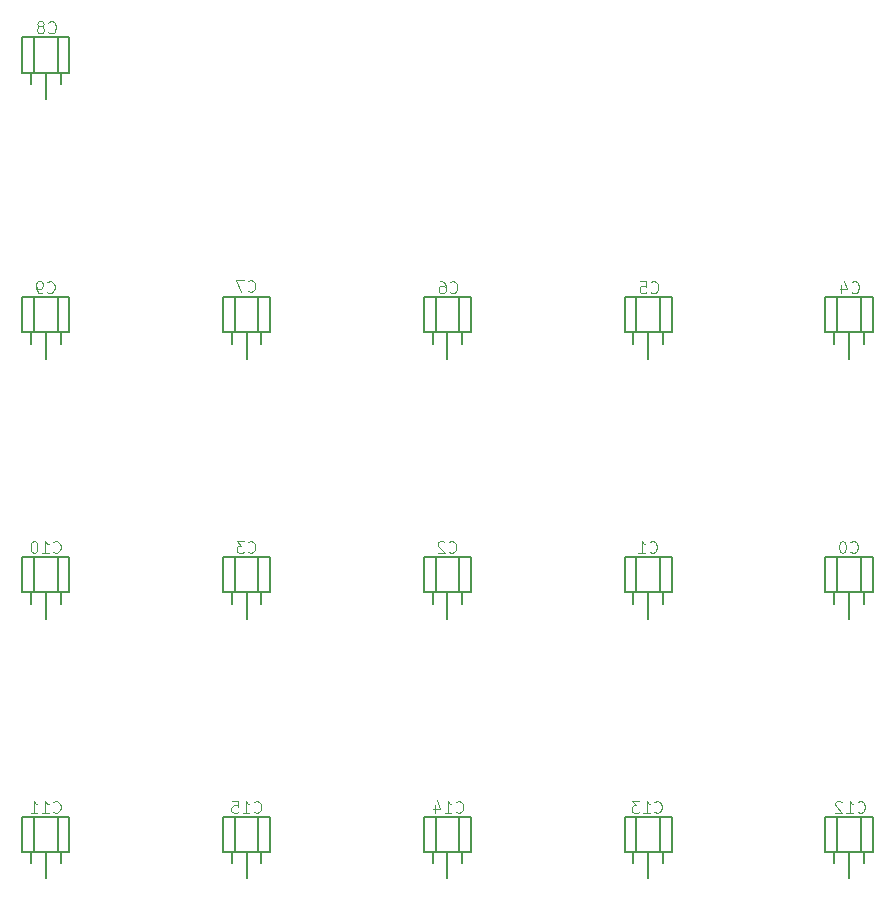
<source format=gbo>
G04 #@! TF.GenerationSoftware,KiCad,Pcbnew,7.0.6*
G04 #@! TF.CreationDate,2023-08-02T15:09:41-04:00*
G04 #@! TF.ProjectId,Turing Machine State,54757269-6e67-4204-9d61-6368696e6520,rev?*
G04 #@! TF.SameCoordinates,Original*
G04 #@! TF.FileFunction,Legend,Bot*
G04 #@! TF.FilePolarity,Positive*
%FSLAX46Y46*%
G04 Gerber Fmt 4.6, Leading zero omitted, Abs format (unit mm)*
G04 Created by KiCad (PCBNEW 7.0.6) date 2023-08-02 15:09:41*
%MOMM*%
%LPD*%
G01*
G04 APERTURE LIST*
%ADD10C,0.150000*%
%ADD11C,0.100000*%
%ADD12C,1.300000*%
%ADD13O,1.600000X1.600000*%
%ADD14R,1.600000X1.600000*%
%ADD15O,1.700000X1.700000*%
%ADD16R,1.700000X1.700000*%
%ADD17R,1.300000X1.300000*%
G04 APERTURE END LIST*
D10*
X92500000Y-111500000D02*
X92500000Y-114500000D01*
X73250000Y-70500000D02*
X73250000Y-71500000D01*
X73250000Y-92500000D02*
X73250000Y-93500000D01*
X90500000Y-89500000D02*
X90500000Y-92500000D01*
X124500000Y-89500000D02*
X124500000Y-92500000D01*
X124250000Y-92500000D02*
X124250000Y-93500000D01*
X126750000Y-92500000D02*
X126750000Y-93500000D01*
X56500000Y-111500000D02*
X56500000Y-114500000D01*
X90250000Y-114500000D02*
X90250000Y-115500000D01*
X57500000Y-48500000D02*
X57500000Y-50750000D01*
X126500000Y-111500000D02*
X126500000Y-114500000D01*
X58500000Y-45500000D02*
X58500000Y-48500000D01*
X90500000Y-111500000D02*
X90500000Y-114500000D01*
X74500000Y-70500000D02*
X74500000Y-72750000D01*
X72500000Y-89500000D02*
X76500000Y-89500000D01*
X76500000Y-92500000D01*
X72500000Y-92500000D01*
X72500000Y-89500000D01*
X58500000Y-111500000D02*
X58500000Y-114500000D01*
X55500000Y-67500000D02*
X59500000Y-67500000D01*
X59500000Y-70500000D01*
X55500000Y-70500000D01*
X55500000Y-67500000D01*
X57500000Y-92500000D02*
X57500000Y-94750000D01*
X74500000Y-114500000D02*
X74500000Y-116750000D01*
X73250000Y-114500000D02*
X73250000Y-115500000D01*
X107500000Y-111500000D02*
X107500000Y-114500000D01*
X107500000Y-67500000D02*
X107500000Y-70500000D01*
X56500000Y-89500000D02*
X56500000Y-92500000D01*
X55500000Y-111500000D02*
X59500000Y-111500000D01*
X59500000Y-114500000D01*
X55500000Y-114500000D01*
X55500000Y-111500000D01*
X72500000Y-67500000D02*
X76500000Y-67500000D01*
X76500000Y-70500000D01*
X72500000Y-70500000D01*
X72500000Y-67500000D01*
X57500000Y-70500000D02*
X57500000Y-72750000D01*
X57500000Y-114500000D02*
X57500000Y-116750000D01*
X126500000Y-67500000D02*
X126500000Y-70500000D01*
X56250000Y-92500000D02*
X56250000Y-93500000D01*
X72500000Y-111500000D02*
X76500000Y-111500000D01*
X76500000Y-114500000D01*
X72500000Y-114500000D01*
X72500000Y-111500000D01*
X92750000Y-92500000D02*
X92750000Y-93500000D01*
X75750000Y-70500000D02*
X75750000Y-71500000D01*
X73500000Y-111500000D02*
X73500000Y-114500000D01*
X109500000Y-67500000D02*
X109500000Y-70500000D01*
X56500000Y-67500000D02*
X56500000Y-70500000D01*
X124500000Y-111500000D02*
X124500000Y-114500000D01*
X56250000Y-70500000D02*
X56250000Y-71500000D01*
X90500000Y-67500000D02*
X90500000Y-70500000D01*
X109500000Y-89500000D02*
X109500000Y-92500000D01*
X75500000Y-67500000D02*
X75500000Y-70500000D01*
X125500000Y-92500000D02*
X125500000Y-94750000D01*
X106500000Y-67500000D02*
X110500000Y-67500000D01*
X110500000Y-70500000D01*
X106500000Y-70500000D01*
X106500000Y-67500000D01*
X106500000Y-89500000D02*
X110500000Y-89500000D01*
X110500000Y-92500000D01*
X106500000Y-92500000D01*
X106500000Y-89500000D01*
X55500000Y-45500000D02*
X59500000Y-45500000D01*
X59500000Y-48500000D01*
X55500000Y-48500000D01*
X55500000Y-45500000D01*
X107250000Y-92500000D02*
X107250000Y-93500000D01*
X58750000Y-92500000D02*
X58750000Y-93500000D01*
X126500000Y-89500000D02*
X126500000Y-92500000D01*
X107250000Y-70500000D02*
X107250000Y-71500000D01*
X109500000Y-111500000D02*
X109500000Y-114500000D01*
X58500000Y-89500000D02*
X58500000Y-92500000D01*
X123500000Y-67500000D02*
X127500000Y-67500000D01*
X127500000Y-70500000D01*
X123500000Y-70500000D01*
X123500000Y-67500000D01*
X90250000Y-70500000D02*
X90250000Y-71500000D01*
X108500000Y-114500000D02*
X108500000Y-116750000D01*
X75500000Y-111500000D02*
X75500000Y-114500000D01*
X75750000Y-114500000D02*
X75750000Y-115500000D01*
X58750000Y-70500000D02*
X58750000Y-71500000D01*
X55500000Y-89500000D02*
X59500000Y-89500000D01*
X59500000Y-92500000D01*
X55500000Y-92500000D01*
X55500000Y-89500000D01*
X107500000Y-89500000D02*
X107500000Y-92500000D01*
X58750000Y-48500000D02*
X58750000Y-49500000D01*
X126750000Y-70500000D02*
X126750000Y-71500000D01*
X73500000Y-89500000D02*
X73500000Y-92500000D01*
X74500000Y-92500000D02*
X74500000Y-94750000D01*
X109750000Y-114500000D02*
X109750000Y-115500000D01*
X124500000Y-67500000D02*
X124500000Y-70500000D01*
X124250000Y-114500000D02*
X124250000Y-115500000D01*
X123500000Y-111500000D02*
X127500000Y-111500000D01*
X127500000Y-114500000D01*
X123500000Y-114500000D01*
X123500000Y-111500000D01*
X107250000Y-114500000D02*
X107250000Y-115500000D01*
X56500000Y-45500000D02*
X56500000Y-48500000D01*
X109750000Y-92500000D02*
X109750000Y-93500000D01*
X92750000Y-114500000D02*
X92750000Y-115500000D01*
X92500000Y-89500000D02*
X92500000Y-92500000D01*
X125500000Y-114500000D02*
X125500000Y-116750000D01*
X75500000Y-89500000D02*
X75500000Y-92500000D01*
X73500000Y-67500000D02*
X73500000Y-70500000D01*
X58500000Y-67500000D02*
X58500000Y-70500000D01*
X108500000Y-70500000D02*
X108500000Y-72750000D01*
X125500000Y-70500000D02*
X125500000Y-72750000D01*
X89500000Y-89500000D02*
X93500000Y-89500000D01*
X93500000Y-92500000D01*
X89500000Y-92500000D01*
X89500000Y-89500000D01*
X123500000Y-89500000D02*
X127500000Y-89500000D01*
X127500000Y-92500000D01*
X123500000Y-92500000D01*
X123500000Y-89500000D01*
X89500000Y-67500000D02*
X93500000Y-67500000D01*
X93500000Y-70500000D01*
X89500000Y-70500000D01*
X89500000Y-67500000D01*
X92750000Y-70500000D02*
X92750000Y-71500000D01*
X58750000Y-114500000D02*
X58750000Y-115500000D01*
X108500000Y-92500000D02*
X108500000Y-94750000D01*
X56250000Y-48500000D02*
X56250000Y-49500000D01*
X109750000Y-70500000D02*
X109750000Y-71500000D01*
X124250000Y-70500000D02*
X124250000Y-71500000D01*
X92500000Y-67500000D02*
X92500000Y-70500000D01*
X106500000Y-111500000D02*
X110500000Y-111500000D01*
X110500000Y-114500000D01*
X106500000Y-114500000D01*
X106500000Y-111500000D01*
X75750000Y-92500000D02*
X75750000Y-93500000D01*
X91500000Y-92500000D02*
X91500000Y-94750000D01*
X90250000Y-92500000D02*
X90250000Y-93500000D01*
X91500000Y-114500000D02*
X91500000Y-116750000D01*
X89500000Y-111500000D02*
X93500000Y-111500000D01*
X93500000Y-114500000D01*
X89500000Y-114500000D01*
X89500000Y-111500000D01*
X91500000Y-70500000D02*
X91500000Y-72750000D01*
X56250000Y-114500000D02*
X56250000Y-115500000D01*
X126750000Y-114500000D02*
X126750000Y-115500000D01*
D11*
X58124687Y-89077180D02*
X58172306Y-89124800D01*
X58172306Y-89124800D02*
X58315163Y-89172419D01*
X58315163Y-89172419D02*
X58410401Y-89172419D01*
X58410401Y-89172419D02*
X58553258Y-89124800D01*
X58553258Y-89124800D02*
X58648496Y-89029561D01*
X58648496Y-89029561D02*
X58696115Y-88934323D01*
X58696115Y-88934323D02*
X58743734Y-88743847D01*
X58743734Y-88743847D02*
X58743734Y-88600990D01*
X58743734Y-88600990D02*
X58696115Y-88410514D01*
X58696115Y-88410514D02*
X58648496Y-88315276D01*
X58648496Y-88315276D02*
X58553258Y-88220038D01*
X58553258Y-88220038D02*
X58410401Y-88172419D01*
X58410401Y-88172419D02*
X58315163Y-88172419D01*
X58315163Y-88172419D02*
X58172306Y-88220038D01*
X58172306Y-88220038D02*
X58124687Y-88267657D01*
X57172306Y-89172419D02*
X57743734Y-89172419D01*
X57458020Y-89172419D02*
X57458020Y-88172419D01*
X57458020Y-88172419D02*
X57553258Y-88315276D01*
X57553258Y-88315276D02*
X57648496Y-88410514D01*
X57648496Y-88410514D02*
X57743734Y-88458133D01*
X56553258Y-88172419D02*
X56458020Y-88172419D01*
X56458020Y-88172419D02*
X56362782Y-88220038D01*
X56362782Y-88220038D02*
X56315163Y-88267657D01*
X56315163Y-88267657D02*
X56267544Y-88362895D01*
X56267544Y-88362895D02*
X56219925Y-88553371D01*
X56219925Y-88553371D02*
X56219925Y-88791466D01*
X56219925Y-88791466D02*
X56267544Y-88981942D01*
X56267544Y-88981942D02*
X56315163Y-89077180D01*
X56315163Y-89077180D02*
X56362782Y-89124800D01*
X56362782Y-89124800D02*
X56458020Y-89172419D01*
X56458020Y-89172419D02*
X56553258Y-89172419D01*
X56553258Y-89172419D02*
X56648496Y-89124800D01*
X56648496Y-89124800D02*
X56696115Y-89077180D01*
X56696115Y-89077180D02*
X56743734Y-88981942D01*
X56743734Y-88981942D02*
X56791353Y-88791466D01*
X56791353Y-88791466D02*
X56791353Y-88553371D01*
X56791353Y-88553371D02*
X56743734Y-88362895D01*
X56743734Y-88362895D02*
X56696115Y-88267657D01*
X56696115Y-88267657D02*
X56648496Y-88220038D01*
X56648496Y-88220038D02*
X56553258Y-88172419D01*
X58124687Y-111077180D02*
X58172306Y-111124800D01*
X58172306Y-111124800D02*
X58315163Y-111172419D01*
X58315163Y-111172419D02*
X58410401Y-111172419D01*
X58410401Y-111172419D02*
X58553258Y-111124800D01*
X58553258Y-111124800D02*
X58648496Y-111029561D01*
X58648496Y-111029561D02*
X58696115Y-110934323D01*
X58696115Y-110934323D02*
X58743734Y-110743847D01*
X58743734Y-110743847D02*
X58743734Y-110600990D01*
X58743734Y-110600990D02*
X58696115Y-110410514D01*
X58696115Y-110410514D02*
X58648496Y-110315276D01*
X58648496Y-110315276D02*
X58553258Y-110220038D01*
X58553258Y-110220038D02*
X58410401Y-110172419D01*
X58410401Y-110172419D02*
X58315163Y-110172419D01*
X58315163Y-110172419D02*
X58172306Y-110220038D01*
X58172306Y-110220038D02*
X58124687Y-110267657D01*
X57172306Y-111172419D02*
X57743734Y-111172419D01*
X57458020Y-111172419D02*
X57458020Y-110172419D01*
X57458020Y-110172419D02*
X57553258Y-110315276D01*
X57553258Y-110315276D02*
X57648496Y-110410514D01*
X57648496Y-110410514D02*
X57743734Y-110458133D01*
X56219925Y-111172419D02*
X56791353Y-111172419D01*
X56505639Y-111172419D02*
X56505639Y-110172419D01*
X56505639Y-110172419D02*
X56600877Y-110315276D01*
X56600877Y-110315276D02*
X56696115Y-110410514D01*
X56696115Y-110410514D02*
X56791353Y-110458133D01*
X126224687Y-111077180D02*
X126272306Y-111124800D01*
X126272306Y-111124800D02*
X126415163Y-111172419D01*
X126415163Y-111172419D02*
X126510401Y-111172419D01*
X126510401Y-111172419D02*
X126653258Y-111124800D01*
X126653258Y-111124800D02*
X126748496Y-111029561D01*
X126748496Y-111029561D02*
X126796115Y-110934323D01*
X126796115Y-110934323D02*
X126843734Y-110743847D01*
X126843734Y-110743847D02*
X126843734Y-110600990D01*
X126843734Y-110600990D02*
X126796115Y-110410514D01*
X126796115Y-110410514D02*
X126748496Y-110315276D01*
X126748496Y-110315276D02*
X126653258Y-110220038D01*
X126653258Y-110220038D02*
X126510401Y-110172419D01*
X126510401Y-110172419D02*
X126415163Y-110172419D01*
X126415163Y-110172419D02*
X126272306Y-110220038D01*
X126272306Y-110220038D02*
X126224687Y-110267657D01*
X125272306Y-111172419D02*
X125843734Y-111172419D01*
X125558020Y-111172419D02*
X125558020Y-110172419D01*
X125558020Y-110172419D02*
X125653258Y-110315276D01*
X125653258Y-110315276D02*
X125748496Y-110410514D01*
X125748496Y-110410514D02*
X125843734Y-110458133D01*
X124891353Y-110267657D02*
X124843734Y-110220038D01*
X124843734Y-110220038D02*
X124748496Y-110172419D01*
X124748496Y-110172419D02*
X124510401Y-110172419D01*
X124510401Y-110172419D02*
X124415163Y-110220038D01*
X124415163Y-110220038D02*
X124367544Y-110267657D01*
X124367544Y-110267657D02*
X124319925Y-110362895D01*
X124319925Y-110362895D02*
X124319925Y-110458133D01*
X124319925Y-110458133D02*
X124367544Y-110600990D01*
X124367544Y-110600990D02*
X124938972Y-111172419D01*
X124938972Y-111172419D02*
X124319925Y-111172419D01*
X57724687Y-45077180D02*
X57772306Y-45124800D01*
X57772306Y-45124800D02*
X57915163Y-45172419D01*
X57915163Y-45172419D02*
X58010401Y-45172419D01*
X58010401Y-45172419D02*
X58153258Y-45124800D01*
X58153258Y-45124800D02*
X58248496Y-45029561D01*
X58248496Y-45029561D02*
X58296115Y-44934323D01*
X58296115Y-44934323D02*
X58343734Y-44743847D01*
X58343734Y-44743847D02*
X58343734Y-44600990D01*
X58343734Y-44600990D02*
X58296115Y-44410514D01*
X58296115Y-44410514D02*
X58248496Y-44315276D01*
X58248496Y-44315276D02*
X58153258Y-44220038D01*
X58153258Y-44220038D02*
X58010401Y-44172419D01*
X58010401Y-44172419D02*
X57915163Y-44172419D01*
X57915163Y-44172419D02*
X57772306Y-44220038D01*
X57772306Y-44220038D02*
X57724687Y-44267657D01*
X57153258Y-44600990D02*
X57248496Y-44553371D01*
X57248496Y-44553371D02*
X57296115Y-44505752D01*
X57296115Y-44505752D02*
X57343734Y-44410514D01*
X57343734Y-44410514D02*
X57343734Y-44362895D01*
X57343734Y-44362895D02*
X57296115Y-44267657D01*
X57296115Y-44267657D02*
X57248496Y-44220038D01*
X57248496Y-44220038D02*
X57153258Y-44172419D01*
X57153258Y-44172419D02*
X56962782Y-44172419D01*
X56962782Y-44172419D02*
X56867544Y-44220038D01*
X56867544Y-44220038D02*
X56819925Y-44267657D01*
X56819925Y-44267657D02*
X56772306Y-44362895D01*
X56772306Y-44362895D02*
X56772306Y-44410514D01*
X56772306Y-44410514D02*
X56819925Y-44505752D01*
X56819925Y-44505752D02*
X56867544Y-44553371D01*
X56867544Y-44553371D02*
X56962782Y-44600990D01*
X56962782Y-44600990D02*
X57153258Y-44600990D01*
X57153258Y-44600990D02*
X57248496Y-44648609D01*
X57248496Y-44648609D02*
X57296115Y-44696228D01*
X57296115Y-44696228D02*
X57343734Y-44791466D01*
X57343734Y-44791466D02*
X57343734Y-44981942D01*
X57343734Y-44981942D02*
X57296115Y-45077180D01*
X57296115Y-45077180D02*
X57248496Y-45124800D01*
X57248496Y-45124800D02*
X57153258Y-45172419D01*
X57153258Y-45172419D02*
X56962782Y-45172419D01*
X56962782Y-45172419D02*
X56867544Y-45124800D01*
X56867544Y-45124800D02*
X56819925Y-45077180D01*
X56819925Y-45077180D02*
X56772306Y-44981942D01*
X56772306Y-44981942D02*
X56772306Y-44791466D01*
X56772306Y-44791466D02*
X56819925Y-44696228D01*
X56819925Y-44696228D02*
X56867544Y-44648609D01*
X56867544Y-44648609D02*
X56962782Y-44600990D01*
X125724687Y-67077180D02*
X125772306Y-67124800D01*
X125772306Y-67124800D02*
X125915163Y-67172419D01*
X125915163Y-67172419D02*
X126010401Y-67172419D01*
X126010401Y-67172419D02*
X126153258Y-67124800D01*
X126153258Y-67124800D02*
X126248496Y-67029561D01*
X126248496Y-67029561D02*
X126296115Y-66934323D01*
X126296115Y-66934323D02*
X126343734Y-66743847D01*
X126343734Y-66743847D02*
X126343734Y-66600990D01*
X126343734Y-66600990D02*
X126296115Y-66410514D01*
X126296115Y-66410514D02*
X126248496Y-66315276D01*
X126248496Y-66315276D02*
X126153258Y-66220038D01*
X126153258Y-66220038D02*
X126010401Y-66172419D01*
X126010401Y-66172419D02*
X125915163Y-66172419D01*
X125915163Y-66172419D02*
X125772306Y-66220038D01*
X125772306Y-66220038D02*
X125724687Y-66267657D01*
X124867544Y-66505752D02*
X124867544Y-67172419D01*
X125105639Y-66124800D02*
X125343734Y-66839085D01*
X125343734Y-66839085D02*
X124724687Y-66839085D01*
X91624687Y-89077180D02*
X91672306Y-89124800D01*
X91672306Y-89124800D02*
X91815163Y-89172419D01*
X91815163Y-89172419D02*
X91910401Y-89172419D01*
X91910401Y-89172419D02*
X92053258Y-89124800D01*
X92053258Y-89124800D02*
X92148496Y-89029561D01*
X92148496Y-89029561D02*
X92196115Y-88934323D01*
X92196115Y-88934323D02*
X92243734Y-88743847D01*
X92243734Y-88743847D02*
X92243734Y-88600990D01*
X92243734Y-88600990D02*
X92196115Y-88410514D01*
X92196115Y-88410514D02*
X92148496Y-88315276D01*
X92148496Y-88315276D02*
X92053258Y-88220038D01*
X92053258Y-88220038D02*
X91910401Y-88172419D01*
X91910401Y-88172419D02*
X91815163Y-88172419D01*
X91815163Y-88172419D02*
X91672306Y-88220038D01*
X91672306Y-88220038D02*
X91624687Y-88267657D01*
X91243734Y-88267657D02*
X91196115Y-88220038D01*
X91196115Y-88220038D02*
X91100877Y-88172419D01*
X91100877Y-88172419D02*
X90862782Y-88172419D01*
X90862782Y-88172419D02*
X90767544Y-88220038D01*
X90767544Y-88220038D02*
X90719925Y-88267657D01*
X90719925Y-88267657D02*
X90672306Y-88362895D01*
X90672306Y-88362895D02*
X90672306Y-88458133D01*
X90672306Y-88458133D02*
X90719925Y-88600990D01*
X90719925Y-88600990D02*
X91291353Y-89172419D01*
X91291353Y-89172419D02*
X90672306Y-89172419D01*
X108624687Y-89077180D02*
X108672306Y-89124800D01*
X108672306Y-89124800D02*
X108815163Y-89172419D01*
X108815163Y-89172419D02*
X108910401Y-89172419D01*
X108910401Y-89172419D02*
X109053258Y-89124800D01*
X109053258Y-89124800D02*
X109148496Y-89029561D01*
X109148496Y-89029561D02*
X109196115Y-88934323D01*
X109196115Y-88934323D02*
X109243734Y-88743847D01*
X109243734Y-88743847D02*
X109243734Y-88600990D01*
X109243734Y-88600990D02*
X109196115Y-88410514D01*
X109196115Y-88410514D02*
X109148496Y-88315276D01*
X109148496Y-88315276D02*
X109053258Y-88220038D01*
X109053258Y-88220038D02*
X108910401Y-88172419D01*
X108910401Y-88172419D02*
X108815163Y-88172419D01*
X108815163Y-88172419D02*
X108672306Y-88220038D01*
X108672306Y-88220038D02*
X108624687Y-88267657D01*
X107672306Y-89172419D02*
X108243734Y-89172419D01*
X107958020Y-89172419D02*
X107958020Y-88172419D01*
X107958020Y-88172419D02*
X108053258Y-88315276D01*
X108053258Y-88315276D02*
X108148496Y-88410514D01*
X108148496Y-88410514D02*
X108243734Y-88458133D01*
X74624687Y-89077180D02*
X74672306Y-89124800D01*
X74672306Y-89124800D02*
X74815163Y-89172419D01*
X74815163Y-89172419D02*
X74910401Y-89172419D01*
X74910401Y-89172419D02*
X75053258Y-89124800D01*
X75053258Y-89124800D02*
X75148496Y-89029561D01*
X75148496Y-89029561D02*
X75196115Y-88934323D01*
X75196115Y-88934323D02*
X75243734Y-88743847D01*
X75243734Y-88743847D02*
X75243734Y-88600990D01*
X75243734Y-88600990D02*
X75196115Y-88410514D01*
X75196115Y-88410514D02*
X75148496Y-88315276D01*
X75148496Y-88315276D02*
X75053258Y-88220038D01*
X75053258Y-88220038D02*
X74910401Y-88172419D01*
X74910401Y-88172419D02*
X74815163Y-88172419D01*
X74815163Y-88172419D02*
X74672306Y-88220038D01*
X74672306Y-88220038D02*
X74624687Y-88267657D01*
X74291353Y-88172419D02*
X73672306Y-88172419D01*
X73672306Y-88172419D02*
X74005639Y-88553371D01*
X74005639Y-88553371D02*
X73862782Y-88553371D01*
X73862782Y-88553371D02*
X73767544Y-88600990D01*
X73767544Y-88600990D02*
X73719925Y-88648609D01*
X73719925Y-88648609D02*
X73672306Y-88743847D01*
X73672306Y-88743847D02*
X73672306Y-88981942D01*
X73672306Y-88981942D02*
X73719925Y-89077180D01*
X73719925Y-89077180D02*
X73767544Y-89124800D01*
X73767544Y-89124800D02*
X73862782Y-89172419D01*
X73862782Y-89172419D02*
X74148496Y-89172419D01*
X74148496Y-89172419D02*
X74243734Y-89124800D01*
X74243734Y-89124800D02*
X74291353Y-89077180D01*
X91724687Y-67077180D02*
X91772306Y-67124800D01*
X91772306Y-67124800D02*
X91915163Y-67172419D01*
X91915163Y-67172419D02*
X92010401Y-67172419D01*
X92010401Y-67172419D02*
X92153258Y-67124800D01*
X92153258Y-67124800D02*
X92248496Y-67029561D01*
X92248496Y-67029561D02*
X92296115Y-66934323D01*
X92296115Y-66934323D02*
X92343734Y-66743847D01*
X92343734Y-66743847D02*
X92343734Y-66600990D01*
X92343734Y-66600990D02*
X92296115Y-66410514D01*
X92296115Y-66410514D02*
X92248496Y-66315276D01*
X92248496Y-66315276D02*
X92153258Y-66220038D01*
X92153258Y-66220038D02*
X92010401Y-66172419D01*
X92010401Y-66172419D02*
X91915163Y-66172419D01*
X91915163Y-66172419D02*
X91772306Y-66220038D01*
X91772306Y-66220038D02*
X91724687Y-66267657D01*
X90867544Y-66172419D02*
X91058020Y-66172419D01*
X91058020Y-66172419D02*
X91153258Y-66220038D01*
X91153258Y-66220038D02*
X91200877Y-66267657D01*
X91200877Y-66267657D02*
X91296115Y-66410514D01*
X91296115Y-66410514D02*
X91343734Y-66600990D01*
X91343734Y-66600990D02*
X91343734Y-66981942D01*
X91343734Y-66981942D02*
X91296115Y-67077180D01*
X91296115Y-67077180D02*
X91248496Y-67124800D01*
X91248496Y-67124800D02*
X91153258Y-67172419D01*
X91153258Y-67172419D02*
X90962782Y-67172419D01*
X90962782Y-67172419D02*
X90867544Y-67124800D01*
X90867544Y-67124800D02*
X90819925Y-67077180D01*
X90819925Y-67077180D02*
X90772306Y-66981942D01*
X90772306Y-66981942D02*
X90772306Y-66743847D01*
X90772306Y-66743847D02*
X90819925Y-66648609D01*
X90819925Y-66648609D02*
X90867544Y-66600990D01*
X90867544Y-66600990D02*
X90962782Y-66553371D01*
X90962782Y-66553371D02*
X91153258Y-66553371D01*
X91153258Y-66553371D02*
X91248496Y-66600990D01*
X91248496Y-66600990D02*
X91296115Y-66648609D01*
X91296115Y-66648609D02*
X91343734Y-66743847D01*
X109024687Y-111077180D02*
X109072306Y-111124800D01*
X109072306Y-111124800D02*
X109215163Y-111172419D01*
X109215163Y-111172419D02*
X109310401Y-111172419D01*
X109310401Y-111172419D02*
X109453258Y-111124800D01*
X109453258Y-111124800D02*
X109548496Y-111029561D01*
X109548496Y-111029561D02*
X109596115Y-110934323D01*
X109596115Y-110934323D02*
X109643734Y-110743847D01*
X109643734Y-110743847D02*
X109643734Y-110600990D01*
X109643734Y-110600990D02*
X109596115Y-110410514D01*
X109596115Y-110410514D02*
X109548496Y-110315276D01*
X109548496Y-110315276D02*
X109453258Y-110220038D01*
X109453258Y-110220038D02*
X109310401Y-110172419D01*
X109310401Y-110172419D02*
X109215163Y-110172419D01*
X109215163Y-110172419D02*
X109072306Y-110220038D01*
X109072306Y-110220038D02*
X109024687Y-110267657D01*
X108072306Y-111172419D02*
X108643734Y-111172419D01*
X108358020Y-111172419D02*
X108358020Y-110172419D01*
X108358020Y-110172419D02*
X108453258Y-110315276D01*
X108453258Y-110315276D02*
X108548496Y-110410514D01*
X108548496Y-110410514D02*
X108643734Y-110458133D01*
X107738972Y-110172419D02*
X107119925Y-110172419D01*
X107119925Y-110172419D02*
X107453258Y-110553371D01*
X107453258Y-110553371D02*
X107310401Y-110553371D01*
X107310401Y-110553371D02*
X107215163Y-110600990D01*
X107215163Y-110600990D02*
X107167544Y-110648609D01*
X107167544Y-110648609D02*
X107119925Y-110743847D01*
X107119925Y-110743847D02*
X107119925Y-110981942D01*
X107119925Y-110981942D02*
X107167544Y-111077180D01*
X107167544Y-111077180D02*
X107215163Y-111124800D01*
X107215163Y-111124800D02*
X107310401Y-111172419D01*
X107310401Y-111172419D02*
X107596115Y-111172419D01*
X107596115Y-111172419D02*
X107691353Y-111124800D01*
X107691353Y-111124800D02*
X107738972Y-111077180D01*
X92224687Y-111077180D02*
X92272306Y-111124800D01*
X92272306Y-111124800D02*
X92415163Y-111172419D01*
X92415163Y-111172419D02*
X92510401Y-111172419D01*
X92510401Y-111172419D02*
X92653258Y-111124800D01*
X92653258Y-111124800D02*
X92748496Y-111029561D01*
X92748496Y-111029561D02*
X92796115Y-110934323D01*
X92796115Y-110934323D02*
X92843734Y-110743847D01*
X92843734Y-110743847D02*
X92843734Y-110600990D01*
X92843734Y-110600990D02*
X92796115Y-110410514D01*
X92796115Y-110410514D02*
X92748496Y-110315276D01*
X92748496Y-110315276D02*
X92653258Y-110220038D01*
X92653258Y-110220038D02*
X92510401Y-110172419D01*
X92510401Y-110172419D02*
X92415163Y-110172419D01*
X92415163Y-110172419D02*
X92272306Y-110220038D01*
X92272306Y-110220038D02*
X92224687Y-110267657D01*
X91272306Y-111172419D02*
X91843734Y-111172419D01*
X91558020Y-111172419D02*
X91558020Y-110172419D01*
X91558020Y-110172419D02*
X91653258Y-110315276D01*
X91653258Y-110315276D02*
X91748496Y-110410514D01*
X91748496Y-110410514D02*
X91843734Y-110458133D01*
X90415163Y-110505752D02*
X90415163Y-111172419D01*
X90653258Y-110124800D02*
X90891353Y-110839085D01*
X90891353Y-110839085D02*
X90272306Y-110839085D01*
X75124687Y-111077180D02*
X75172306Y-111124800D01*
X75172306Y-111124800D02*
X75315163Y-111172419D01*
X75315163Y-111172419D02*
X75410401Y-111172419D01*
X75410401Y-111172419D02*
X75553258Y-111124800D01*
X75553258Y-111124800D02*
X75648496Y-111029561D01*
X75648496Y-111029561D02*
X75696115Y-110934323D01*
X75696115Y-110934323D02*
X75743734Y-110743847D01*
X75743734Y-110743847D02*
X75743734Y-110600990D01*
X75743734Y-110600990D02*
X75696115Y-110410514D01*
X75696115Y-110410514D02*
X75648496Y-110315276D01*
X75648496Y-110315276D02*
X75553258Y-110220038D01*
X75553258Y-110220038D02*
X75410401Y-110172419D01*
X75410401Y-110172419D02*
X75315163Y-110172419D01*
X75315163Y-110172419D02*
X75172306Y-110220038D01*
X75172306Y-110220038D02*
X75124687Y-110267657D01*
X74172306Y-111172419D02*
X74743734Y-111172419D01*
X74458020Y-111172419D02*
X74458020Y-110172419D01*
X74458020Y-110172419D02*
X74553258Y-110315276D01*
X74553258Y-110315276D02*
X74648496Y-110410514D01*
X74648496Y-110410514D02*
X74743734Y-110458133D01*
X73267544Y-110172419D02*
X73743734Y-110172419D01*
X73743734Y-110172419D02*
X73791353Y-110648609D01*
X73791353Y-110648609D02*
X73743734Y-110600990D01*
X73743734Y-110600990D02*
X73648496Y-110553371D01*
X73648496Y-110553371D02*
X73410401Y-110553371D01*
X73410401Y-110553371D02*
X73315163Y-110600990D01*
X73315163Y-110600990D02*
X73267544Y-110648609D01*
X73267544Y-110648609D02*
X73219925Y-110743847D01*
X73219925Y-110743847D02*
X73219925Y-110981942D01*
X73219925Y-110981942D02*
X73267544Y-111077180D01*
X73267544Y-111077180D02*
X73315163Y-111124800D01*
X73315163Y-111124800D02*
X73410401Y-111172419D01*
X73410401Y-111172419D02*
X73648496Y-111172419D01*
X73648496Y-111172419D02*
X73743734Y-111124800D01*
X73743734Y-111124800D02*
X73791353Y-111077180D01*
X125624687Y-89077180D02*
X125672306Y-89124800D01*
X125672306Y-89124800D02*
X125815163Y-89172419D01*
X125815163Y-89172419D02*
X125910401Y-89172419D01*
X125910401Y-89172419D02*
X126053258Y-89124800D01*
X126053258Y-89124800D02*
X126148496Y-89029561D01*
X126148496Y-89029561D02*
X126196115Y-88934323D01*
X126196115Y-88934323D02*
X126243734Y-88743847D01*
X126243734Y-88743847D02*
X126243734Y-88600990D01*
X126243734Y-88600990D02*
X126196115Y-88410514D01*
X126196115Y-88410514D02*
X126148496Y-88315276D01*
X126148496Y-88315276D02*
X126053258Y-88220038D01*
X126053258Y-88220038D02*
X125910401Y-88172419D01*
X125910401Y-88172419D02*
X125815163Y-88172419D01*
X125815163Y-88172419D02*
X125672306Y-88220038D01*
X125672306Y-88220038D02*
X125624687Y-88267657D01*
X125005639Y-88172419D02*
X124910401Y-88172419D01*
X124910401Y-88172419D02*
X124815163Y-88220038D01*
X124815163Y-88220038D02*
X124767544Y-88267657D01*
X124767544Y-88267657D02*
X124719925Y-88362895D01*
X124719925Y-88362895D02*
X124672306Y-88553371D01*
X124672306Y-88553371D02*
X124672306Y-88791466D01*
X124672306Y-88791466D02*
X124719925Y-88981942D01*
X124719925Y-88981942D02*
X124767544Y-89077180D01*
X124767544Y-89077180D02*
X124815163Y-89124800D01*
X124815163Y-89124800D02*
X124910401Y-89172419D01*
X124910401Y-89172419D02*
X125005639Y-89172419D01*
X125005639Y-89172419D02*
X125100877Y-89124800D01*
X125100877Y-89124800D02*
X125148496Y-89077180D01*
X125148496Y-89077180D02*
X125196115Y-88981942D01*
X125196115Y-88981942D02*
X125243734Y-88791466D01*
X125243734Y-88791466D02*
X125243734Y-88553371D01*
X125243734Y-88553371D02*
X125196115Y-88362895D01*
X125196115Y-88362895D02*
X125148496Y-88267657D01*
X125148496Y-88267657D02*
X125100877Y-88220038D01*
X125100877Y-88220038D02*
X125005639Y-88172419D01*
X57624687Y-67077180D02*
X57672306Y-67124800D01*
X57672306Y-67124800D02*
X57815163Y-67172419D01*
X57815163Y-67172419D02*
X57910401Y-67172419D01*
X57910401Y-67172419D02*
X58053258Y-67124800D01*
X58053258Y-67124800D02*
X58148496Y-67029561D01*
X58148496Y-67029561D02*
X58196115Y-66934323D01*
X58196115Y-66934323D02*
X58243734Y-66743847D01*
X58243734Y-66743847D02*
X58243734Y-66600990D01*
X58243734Y-66600990D02*
X58196115Y-66410514D01*
X58196115Y-66410514D02*
X58148496Y-66315276D01*
X58148496Y-66315276D02*
X58053258Y-66220038D01*
X58053258Y-66220038D02*
X57910401Y-66172419D01*
X57910401Y-66172419D02*
X57815163Y-66172419D01*
X57815163Y-66172419D02*
X57672306Y-66220038D01*
X57672306Y-66220038D02*
X57624687Y-66267657D01*
X57148496Y-67172419D02*
X56958020Y-67172419D01*
X56958020Y-67172419D02*
X56862782Y-67124800D01*
X56862782Y-67124800D02*
X56815163Y-67077180D01*
X56815163Y-67077180D02*
X56719925Y-66934323D01*
X56719925Y-66934323D02*
X56672306Y-66743847D01*
X56672306Y-66743847D02*
X56672306Y-66362895D01*
X56672306Y-66362895D02*
X56719925Y-66267657D01*
X56719925Y-66267657D02*
X56767544Y-66220038D01*
X56767544Y-66220038D02*
X56862782Y-66172419D01*
X56862782Y-66172419D02*
X57053258Y-66172419D01*
X57053258Y-66172419D02*
X57148496Y-66220038D01*
X57148496Y-66220038D02*
X57196115Y-66267657D01*
X57196115Y-66267657D02*
X57243734Y-66362895D01*
X57243734Y-66362895D02*
X57243734Y-66600990D01*
X57243734Y-66600990D02*
X57196115Y-66696228D01*
X57196115Y-66696228D02*
X57148496Y-66743847D01*
X57148496Y-66743847D02*
X57053258Y-66791466D01*
X57053258Y-66791466D02*
X56862782Y-66791466D01*
X56862782Y-66791466D02*
X56767544Y-66743847D01*
X56767544Y-66743847D02*
X56719925Y-66696228D01*
X56719925Y-66696228D02*
X56672306Y-66600990D01*
X108724687Y-67077180D02*
X108772306Y-67124800D01*
X108772306Y-67124800D02*
X108915163Y-67172419D01*
X108915163Y-67172419D02*
X109010401Y-67172419D01*
X109010401Y-67172419D02*
X109153258Y-67124800D01*
X109153258Y-67124800D02*
X109248496Y-67029561D01*
X109248496Y-67029561D02*
X109296115Y-66934323D01*
X109296115Y-66934323D02*
X109343734Y-66743847D01*
X109343734Y-66743847D02*
X109343734Y-66600990D01*
X109343734Y-66600990D02*
X109296115Y-66410514D01*
X109296115Y-66410514D02*
X109248496Y-66315276D01*
X109248496Y-66315276D02*
X109153258Y-66220038D01*
X109153258Y-66220038D02*
X109010401Y-66172419D01*
X109010401Y-66172419D02*
X108915163Y-66172419D01*
X108915163Y-66172419D02*
X108772306Y-66220038D01*
X108772306Y-66220038D02*
X108724687Y-66267657D01*
X107819925Y-66172419D02*
X108296115Y-66172419D01*
X108296115Y-66172419D02*
X108343734Y-66648609D01*
X108343734Y-66648609D02*
X108296115Y-66600990D01*
X108296115Y-66600990D02*
X108200877Y-66553371D01*
X108200877Y-66553371D02*
X107962782Y-66553371D01*
X107962782Y-66553371D02*
X107867544Y-66600990D01*
X107867544Y-66600990D02*
X107819925Y-66648609D01*
X107819925Y-66648609D02*
X107772306Y-66743847D01*
X107772306Y-66743847D02*
X107772306Y-66981942D01*
X107772306Y-66981942D02*
X107819925Y-67077180D01*
X107819925Y-67077180D02*
X107867544Y-67124800D01*
X107867544Y-67124800D02*
X107962782Y-67172419D01*
X107962782Y-67172419D02*
X108200877Y-67172419D01*
X108200877Y-67172419D02*
X108296115Y-67124800D01*
X108296115Y-67124800D02*
X108343734Y-67077180D01*
X74624687Y-66977180D02*
X74672306Y-67024800D01*
X74672306Y-67024800D02*
X74815163Y-67072419D01*
X74815163Y-67072419D02*
X74910401Y-67072419D01*
X74910401Y-67072419D02*
X75053258Y-67024800D01*
X75053258Y-67024800D02*
X75148496Y-66929561D01*
X75148496Y-66929561D02*
X75196115Y-66834323D01*
X75196115Y-66834323D02*
X75243734Y-66643847D01*
X75243734Y-66643847D02*
X75243734Y-66500990D01*
X75243734Y-66500990D02*
X75196115Y-66310514D01*
X75196115Y-66310514D02*
X75148496Y-66215276D01*
X75148496Y-66215276D02*
X75053258Y-66120038D01*
X75053258Y-66120038D02*
X74910401Y-66072419D01*
X74910401Y-66072419D02*
X74815163Y-66072419D01*
X74815163Y-66072419D02*
X74672306Y-66120038D01*
X74672306Y-66120038D02*
X74624687Y-66167657D01*
X74291353Y-66072419D02*
X73624687Y-66072419D01*
X73624687Y-66072419D02*
X74053258Y-67072419D01*
%LPC*%
D12*
X58771400Y-94139600D03*
X109771400Y-94139600D03*
X74501400Y-117409600D03*
X126771400Y-94139600D03*
X92771400Y-116139600D03*
X108501400Y-73409600D03*
X125501400Y-73409600D03*
X75771400Y-94139600D03*
X91501400Y-73409600D03*
X57501400Y-51409600D03*
X57501400Y-117409600D03*
X57501400Y-95409600D03*
X125501400Y-117409600D03*
X109771400Y-116139600D03*
X91501400Y-117409600D03*
X108501400Y-95409600D03*
D13*
X116170000Y-45750000D03*
D14*
X111090000Y-53370000D03*
D13*
X113630000Y-53370000D03*
X116170000Y-53370000D03*
X118710000Y-53370000D03*
X121250000Y-53370000D03*
X123790000Y-53370000D03*
X126330000Y-53370000D03*
X128870000Y-53370000D03*
X118710000Y-45750000D03*
X126330000Y-45750000D03*
X128870000Y-45750000D03*
X123790000Y-45750000D03*
X121250000Y-45750000D03*
X111090000Y-45750000D03*
X113630000Y-45750000D03*
D12*
X74501400Y-95409600D03*
X75771400Y-116139600D03*
D15*
X50250000Y-74090000D03*
X50250000Y-76630000D03*
X50250000Y-79170000D03*
X50250000Y-81710000D03*
X50250000Y-84250000D03*
X50250000Y-86790000D03*
X50250000Y-99490000D03*
D16*
X50250000Y-71550000D03*
D15*
X50250000Y-89330000D03*
X50250000Y-91870000D03*
X50250000Y-94410000D03*
X50250000Y-96950000D03*
D12*
X74501400Y-73409600D03*
X58771400Y-50139600D03*
D14*
X72491600Y-57327800D03*
D13*
X95351600Y-42087800D03*
X100431600Y-57327800D03*
X92811600Y-57327800D03*
X90271600Y-57327800D03*
X87731600Y-57327800D03*
X85191600Y-57327800D03*
X82651600Y-57327800D03*
X80111600Y-57327800D03*
X77571600Y-57327800D03*
X75031600Y-57327800D03*
X75031600Y-42087800D03*
X77571600Y-42087800D03*
X80111600Y-42087800D03*
X82651600Y-42087800D03*
X85191600Y-42087800D03*
X87731600Y-42087800D03*
X90271600Y-42087800D03*
X92811600Y-42087800D03*
X95351600Y-57327800D03*
X97891600Y-57327800D03*
X97891600Y-42087800D03*
X100431600Y-42087800D03*
X72491600Y-42087800D03*
D12*
X108501400Y-117409600D03*
D15*
X133000000Y-73590000D03*
X133000000Y-76130000D03*
X133000000Y-78670000D03*
X133000000Y-81210000D03*
X133000000Y-83750000D03*
X133000000Y-86290000D03*
X133000000Y-98990000D03*
D16*
X133000000Y-71050000D03*
D15*
X133000000Y-88830000D03*
X133000000Y-91370000D03*
X133000000Y-93910000D03*
X133000000Y-96450000D03*
D12*
X58771400Y-72139600D03*
D15*
X121210000Y-41000000D03*
X128830000Y-41000000D03*
X126290000Y-41000000D03*
X123750000Y-41000000D03*
X131370000Y-41000000D03*
D16*
X108510000Y-41000000D03*
D15*
X118670000Y-41000000D03*
X116130000Y-41000000D03*
X113590000Y-41000000D03*
X111050000Y-41000000D03*
D12*
X92771400Y-94139600D03*
X91501400Y-95409600D03*
X109771400Y-72139600D03*
X58771400Y-116139600D03*
X57501400Y-73409600D03*
X92771400Y-72139600D03*
X75771400Y-72139600D03*
X126771400Y-72139600D03*
X125501400Y-95409600D03*
X126771400Y-116139600D03*
D17*
X56231400Y-72139600D03*
X90231400Y-94139600D03*
X107231400Y-116139600D03*
X56231400Y-50139600D03*
X73231400Y-116139600D03*
X56231400Y-116139600D03*
X56231400Y-94139600D03*
X124231400Y-94139600D03*
X124231400Y-72139600D03*
X90231400Y-116139600D03*
X73231400Y-72139600D03*
X73231400Y-94139600D03*
X90231400Y-72139600D03*
X107231400Y-72139600D03*
X124231400Y-116139600D03*
X107231400Y-94139600D03*
%LPD*%
M02*

</source>
